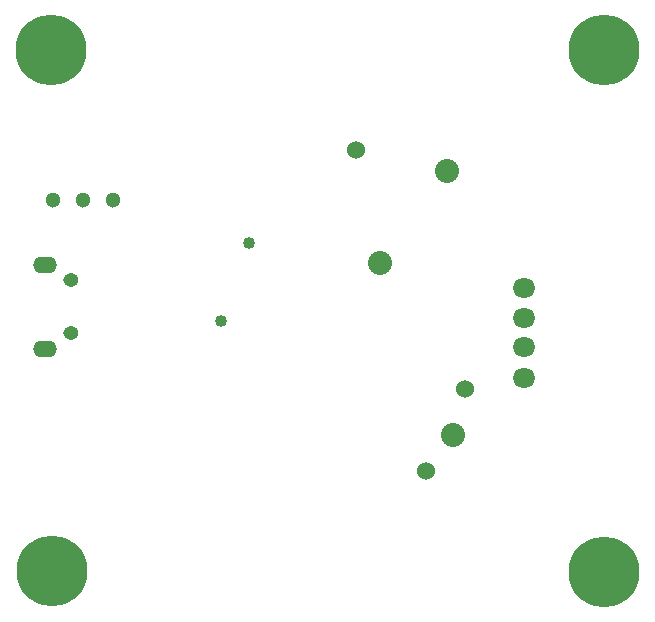
<source format=gbl>
G04 Layer_Physical_Order=2*
G04 Layer_Color=16711680*
%FSLAX25Y25*%
%MOIN*%
G70*
G01*
G75*
%ADD27C,0.05118*%
%ADD28C,0.08000*%
%ADD29O,0.07500X0.06500*%
%ADD30O,0.07874X0.05512*%
%ADD31O,0.05118X0.04528*%
%ADD32C,0.23622*%
%ADD33C,0.04000*%
%ADD34C,0.06000*%
D27*
X320002Y325737D02*
D03*
X310002D02*
D03*
X300002D02*
D03*
D28*
X409002Y304737D02*
D03*
X433502Y247237D02*
D03*
X431502Y335237D02*
D03*
D29*
X456902Y296437D02*
D03*
Y286337D02*
D03*
Y276537D02*
D03*
Y266437D02*
D03*
D30*
X297372Y303934D02*
D03*
Y276178D02*
D03*
D31*
X306132Y281198D02*
D03*
Y298914D02*
D03*
D32*
X299410Y375787D02*
D03*
X483858D02*
D03*
Y201772D02*
D03*
X299606Y201870D02*
D03*
D33*
X356002Y285237D02*
D03*
X365502Y311237D02*
D03*
D34*
X424502Y235237D02*
D03*
X437502Y262737D02*
D03*
X401002Y342237D02*
D03*
M02*

</source>
